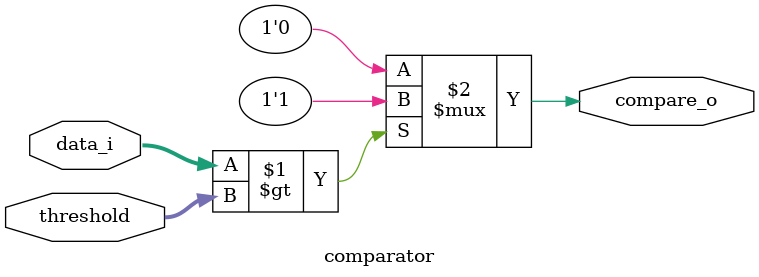
<source format=v>

module comparator #(parameter n=32)(data_i,threshold,compare_o);
  input wire [n-1:0] data_i, threshold; //maf filter output and treshold value  
  output wire compare_o; //output of the compare block
  //reg compare_o;

  assign compare_o = (data_i > threshold) ? 1'b1:1'b0;

endmodule

</source>
